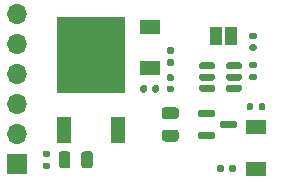
<source format=gbr>
G04 #@! TF.GenerationSoftware,KiCad,Pcbnew,6.0.11+dfsg-1~bpo11+1*
G04 #@! TF.CreationDate,2023-05-03T19:13:22+00:00*
G04 #@! TF.ProjectId,huibike,68756962-696b-4652-9e6b-696361645f70,rev?*
G04 #@! TF.SameCoordinates,Original*
G04 #@! TF.FileFunction,Soldermask,Top*
G04 #@! TF.FilePolarity,Negative*
%FSLAX46Y46*%
G04 Gerber Fmt 4.6, Leading zero omitted, Abs format (unit mm)*
G04 Created by KiCad (PCBNEW 6.0.11+dfsg-1~bpo11+1) date 2023-05-03 19:13:22*
%MOMM*%
%LPD*%
G01*
G04 APERTURE LIST*
%ADD10R,1.000000X1.500000*%
%ADD11R,1.700000X1.700000*%
%ADD12O,1.700000X1.700000*%
%ADD13R,1.700000X1.300000*%
%ADD14R,1.200000X2.200000*%
%ADD15R,5.800000X6.400000*%
G04 APERTURE END LIST*
G36*
G01*
X104170000Y-54760000D02*
X103830000Y-54760000D01*
G75*
G02*
X103690000Y-54620000I0J140000D01*
G01*
X103690000Y-54340000D01*
G75*
G02*
X103830000Y-54200000I140000J0D01*
G01*
X104170000Y-54200000D01*
G75*
G02*
X104310000Y-54340000I0J-140000D01*
G01*
X104310000Y-54620000D01*
G75*
G02*
X104170000Y-54760000I-140000J0D01*
G01*
G37*
G36*
G01*
X104170000Y-53800000D02*
X103830000Y-53800000D01*
G75*
G02*
X103690000Y-53660000I0J140000D01*
G01*
X103690000Y-53380000D01*
G75*
G02*
X103830000Y-53240000I140000J0D01*
G01*
X104170000Y-53240000D01*
G75*
G02*
X104310000Y-53380000I0J-140000D01*
G01*
X104310000Y-53660000D01*
G75*
G02*
X104170000Y-53800000I-140000J0D01*
G01*
G37*
G36*
G01*
X99325000Y-60200000D02*
X99325000Y-59900000D01*
G75*
G02*
X99475000Y-59750000I150000J0D01*
G01*
X100650000Y-59750000D01*
G75*
G02*
X100800000Y-59900000I0J-150000D01*
G01*
X100800000Y-60200000D01*
G75*
G02*
X100650000Y-60350000I-150000J0D01*
G01*
X99475000Y-60350000D01*
G75*
G02*
X99325000Y-60200000I0J150000D01*
G01*
G37*
G36*
G01*
X99325000Y-62100000D02*
X99325000Y-61800000D01*
G75*
G02*
X99475000Y-61650000I150000J0D01*
G01*
X100650000Y-61650000D01*
G75*
G02*
X100800000Y-61800000I0J-150000D01*
G01*
X100800000Y-62100000D01*
G75*
G02*
X100650000Y-62250000I-150000J0D01*
G01*
X99475000Y-62250000D01*
G75*
G02*
X99325000Y-62100000I0J150000D01*
G01*
G37*
G36*
G01*
X101200000Y-61150000D02*
X101200000Y-60850000D01*
G75*
G02*
X101350000Y-60700000I150000J0D01*
G01*
X102525000Y-60700000D01*
G75*
G02*
X102675000Y-60850000I0J-150000D01*
G01*
X102675000Y-61150000D01*
G75*
G02*
X102525000Y-61300000I-150000J0D01*
G01*
X101350000Y-61300000D01*
G75*
G02*
X101200000Y-61150000I0J150000D01*
G01*
G37*
D10*
X100850000Y-53500000D03*
X102150000Y-53500000D03*
G36*
G01*
X87550000Y-64475000D02*
X87550000Y-63525000D01*
G75*
G02*
X87800000Y-63275000I250000J0D01*
G01*
X88300000Y-63275000D01*
G75*
G02*
X88550000Y-63525000I0J-250000D01*
G01*
X88550000Y-64475000D01*
G75*
G02*
X88300000Y-64725000I-250000J0D01*
G01*
X87800000Y-64725000D01*
G75*
G02*
X87550000Y-64475000I0J250000D01*
G01*
G37*
G36*
G01*
X89450000Y-64475000D02*
X89450000Y-63525000D01*
G75*
G02*
X89700000Y-63275000I250000J0D01*
G01*
X90200000Y-63275000D01*
G75*
G02*
X90450000Y-63525000I0J-250000D01*
G01*
X90450000Y-64475000D01*
G75*
G02*
X90200000Y-64725000I-250000J0D01*
G01*
X89700000Y-64725000D01*
G75*
G02*
X89450000Y-64475000I0J250000D01*
G01*
G37*
G36*
G01*
X94470000Y-58185000D02*
X94470000Y-57815000D01*
G75*
G02*
X94605000Y-57680000I135000J0D01*
G01*
X94875000Y-57680000D01*
G75*
G02*
X95010000Y-57815000I0J-135000D01*
G01*
X95010000Y-58185000D01*
G75*
G02*
X94875000Y-58320000I-135000J0D01*
G01*
X94605000Y-58320000D01*
G75*
G02*
X94470000Y-58185000I0J135000D01*
G01*
G37*
G36*
G01*
X95490000Y-58185000D02*
X95490000Y-57815000D01*
G75*
G02*
X95625000Y-57680000I135000J0D01*
G01*
X95895000Y-57680000D01*
G75*
G02*
X96030000Y-57815000I0J-135000D01*
G01*
X96030000Y-58185000D01*
G75*
G02*
X95895000Y-58320000I-135000J0D01*
G01*
X95625000Y-58320000D01*
G75*
G02*
X95490000Y-58185000I0J135000D01*
G01*
G37*
D11*
X84000000Y-64350000D03*
D12*
X84000000Y-61810000D03*
X84000000Y-59270000D03*
X84000000Y-56730000D03*
X84000000Y-54190000D03*
X84000000Y-51650000D03*
G36*
G01*
X104185000Y-57270000D02*
X103815000Y-57270000D01*
G75*
G02*
X103680000Y-57135000I0J135000D01*
G01*
X103680000Y-56865000D01*
G75*
G02*
X103815000Y-56730000I135000J0D01*
G01*
X104185000Y-56730000D01*
G75*
G02*
X104320000Y-56865000I0J-135000D01*
G01*
X104320000Y-57135000D01*
G75*
G02*
X104185000Y-57270000I-135000J0D01*
G01*
G37*
G36*
G01*
X104185000Y-56250000D02*
X103815000Y-56250000D01*
G75*
G02*
X103680000Y-56115000I0J135000D01*
G01*
X103680000Y-55845000D01*
G75*
G02*
X103815000Y-55710000I135000J0D01*
G01*
X104185000Y-55710000D01*
G75*
G02*
X104320000Y-55845000I0J-135000D01*
G01*
X104320000Y-56115000D01*
G75*
G02*
X104185000Y-56250000I-135000J0D01*
G01*
G37*
G36*
G01*
X103470000Y-59685000D02*
X103470000Y-59315000D01*
G75*
G02*
X103605000Y-59180000I135000J0D01*
G01*
X103875000Y-59180000D01*
G75*
G02*
X104010000Y-59315000I0J-135000D01*
G01*
X104010000Y-59685000D01*
G75*
G02*
X103875000Y-59820000I-135000J0D01*
G01*
X103605000Y-59820000D01*
G75*
G02*
X103470000Y-59685000I0J135000D01*
G01*
G37*
G36*
G01*
X104490000Y-59685000D02*
X104490000Y-59315000D01*
G75*
G02*
X104625000Y-59180000I135000J0D01*
G01*
X104895000Y-59180000D01*
G75*
G02*
X105030000Y-59315000I0J-135000D01*
G01*
X105030000Y-59685000D01*
G75*
G02*
X104895000Y-59820000I-135000J0D01*
G01*
X104625000Y-59820000D01*
G75*
G02*
X104490000Y-59685000I0J135000D01*
G01*
G37*
D13*
X104250000Y-61250000D03*
X104250000Y-64750000D03*
X95250000Y-56250000D03*
X95250000Y-52750000D03*
G36*
G01*
X97170000Y-58280000D02*
X96830000Y-58280000D01*
G75*
G02*
X96690000Y-58140000I0J140000D01*
G01*
X96690000Y-57860000D01*
G75*
G02*
X96830000Y-57720000I140000J0D01*
G01*
X97170000Y-57720000D01*
G75*
G02*
X97310000Y-57860000I0J-140000D01*
G01*
X97310000Y-58140000D01*
G75*
G02*
X97170000Y-58280000I-140000J0D01*
G01*
G37*
G36*
G01*
X97170000Y-57320000D02*
X96830000Y-57320000D01*
G75*
G02*
X96690000Y-57180000I0J140000D01*
G01*
X96690000Y-56900000D01*
G75*
G02*
X96830000Y-56760000I140000J0D01*
G01*
X97170000Y-56760000D01*
G75*
G02*
X97310000Y-56900000I0J-140000D01*
G01*
X97310000Y-57180000D01*
G75*
G02*
X97170000Y-57320000I-140000J0D01*
G01*
G37*
G36*
G01*
X97185000Y-56030000D02*
X96815000Y-56030000D01*
G75*
G02*
X96680000Y-55895000I0J135000D01*
G01*
X96680000Y-55625000D01*
G75*
G02*
X96815000Y-55490000I135000J0D01*
G01*
X97185000Y-55490000D01*
G75*
G02*
X97320000Y-55625000I0J-135000D01*
G01*
X97320000Y-55895000D01*
G75*
G02*
X97185000Y-56030000I-135000J0D01*
G01*
G37*
G36*
G01*
X97185000Y-55010000D02*
X96815000Y-55010000D01*
G75*
G02*
X96680000Y-54875000I0J135000D01*
G01*
X96680000Y-54605000D01*
G75*
G02*
X96815000Y-54470000I135000J0D01*
G01*
X97185000Y-54470000D01*
G75*
G02*
X97320000Y-54605000I0J-135000D01*
G01*
X97320000Y-54875000D01*
G75*
G02*
X97185000Y-55010000I-135000J0D01*
G01*
G37*
D14*
X87970000Y-61450000D03*
D15*
X90250000Y-55150000D03*
D14*
X92530000Y-61450000D03*
G36*
G01*
X86685000Y-64780000D02*
X86315000Y-64780000D01*
G75*
G02*
X86180000Y-64645000I0J135000D01*
G01*
X86180000Y-64375000D01*
G75*
G02*
X86315000Y-64240000I135000J0D01*
G01*
X86685000Y-64240000D01*
G75*
G02*
X86820000Y-64375000I0J-135000D01*
G01*
X86820000Y-64645000D01*
G75*
G02*
X86685000Y-64780000I-135000J0D01*
G01*
G37*
G36*
G01*
X86685000Y-63760000D02*
X86315000Y-63760000D01*
G75*
G02*
X86180000Y-63625000I0J135000D01*
G01*
X86180000Y-63355000D01*
G75*
G02*
X86315000Y-63220000I135000J0D01*
G01*
X86685000Y-63220000D01*
G75*
G02*
X86820000Y-63355000I0J-135000D01*
G01*
X86820000Y-63625000D01*
G75*
G02*
X86685000Y-63760000I-135000J0D01*
G01*
G37*
G36*
G01*
X99450000Y-56200000D02*
X99450000Y-55900000D01*
G75*
G02*
X99600000Y-55750000I150000J0D01*
G01*
X100625000Y-55750000D01*
G75*
G02*
X100775000Y-55900000I0J-150000D01*
G01*
X100775000Y-56200000D01*
G75*
G02*
X100625000Y-56350000I-150000J0D01*
G01*
X99600000Y-56350000D01*
G75*
G02*
X99450000Y-56200000I0J150000D01*
G01*
G37*
G36*
G01*
X99450000Y-57150000D02*
X99450000Y-56850000D01*
G75*
G02*
X99600000Y-56700000I150000J0D01*
G01*
X100625000Y-56700000D01*
G75*
G02*
X100775000Y-56850000I0J-150000D01*
G01*
X100775000Y-57150000D01*
G75*
G02*
X100625000Y-57300000I-150000J0D01*
G01*
X99600000Y-57300000D01*
G75*
G02*
X99450000Y-57150000I0J150000D01*
G01*
G37*
G36*
G01*
X99450000Y-58100000D02*
X99450000Y-57800000D01*
G75*
G02*
X99600000Y-57650000I150000J0D01*
G01*
X100625000Y-57650000D01*
G75*
G02*
X100775000Y-57800000I0J-150000D01*
G01*
X100775000Y-58100000D01*
G75*
G02*
X100625000Y-58250000I-150000J0D01*
G01*
X99600000Y-58250000D01*
G75*
G02*
X99450000Y-58100000I0J150000D01*
G01*
G37*
G36*
G01*
X101725000Y-58100000D02*
X101725000Y-57800000D01*
G75*
G02*
X101875000Y-57650000I150000J0D01*
G01*
X102900000Y-57650000D01*
G75*
G02*
X103050000Y-57800000I0J-150000D01*
G01*
X103050000Y-58100000D01*
G75*
G02*
X102900000Y-58250000I-150000J0D01*
G01*
X101875000Y-58250000D01*
G75*
G02*
X101725000Y-58100000I0J150000D01*
G01*
G37*
G36*
G01*
X101725000Y-57150000D02*
X101725000Y-56850000D01*
G75*
G02*
X101875000Y-56700000I150000J0D01*
G01*
X102900000Y-56700000D01*
G75*
G02*
X103050000Y-56850000I0J-150000D01*
G01*
X103050000Y-57150000D01*
G75*
G02*
X102900000Y-57300000I-150000J0D01*
G01*
X101875000Y-57300000D01*
G75*
G02*
X101725000Y-57150000I0J150000D01*
G01*
G37*
G36*
G01*
X101725000Y-56200000D02*
X101725000Y-55900000D01*
G75*
G02*
X101875000Y-55750000I150000J0D01*
G01*
X102900000Y-55750000D01*
G75*
G02*
X103050000Y-55900000I0J-150000D01*
G01*
X103050000Y-56200000D01*
G75*
G02*
X102900000Y-56350000I-150000J0D01*
G01*
X101875000Y-56350000D01*
G75*
G02*
X101725000Y-56200000I0J150000D01*
G01*
G37*
G36*
G01*
X100970000Y-64935000D02*
X100970000Y-64565000D01*
G75*
G02*
X101105000Y-64430000I135000J0D01*
G01*
X101375000Y-64430000D01*
G75*
G02*
X101510000Y-64565000I0J-135000D01*
G01*
X101510000Y-64935000D01*
G75*
G02*
X101375000Y-65070000I-135000J0D01*
G01*
X101105000Y-65070000D01*
G75*
G02*
X100970000Y-64935000I0J135000D01*
G01*
G37*
G36*
G01*
X101990000Y-64935000D02*
X101990000Y-64565000D01*
G75*
G02*
X102125000Y-64430000I135000J0D01*
G01*
X102395000Y-64430000D01*
G75*
G02*
X102530000Y-64565000I0J-135000D01*
G01*
X102530000Y-64935000D01*
G75*
G02*
X102395000Y-65070000I-135000J0D01*
G01*
X102125000Y-65070000D01*
G75*
G02*
X101990000Y-64935000I0J135000D01*
G01*
G37*
G36*
G01*
X96525000Y-59550000D02*
X97475000Y-59550000D01*
G75*
G02*
X97725000Y-59800000I0J-250000D01*
G01*
X97725000Y-60300000D01*
G75*
G02*
X97475000Y-60550000I-250000J0D01*
G01*
X96525000Y-60550000D01*
G75*
G02*
X96275000Y-60300000I0J250000D01*
G01*
X96275000Y-59800000D01*
G75*
G02*
X96525000Y-59550000I250000J0D01*
G01*
G37*
G36*
G01*
X96525000Y-61450000D02*
X97475000Y-61450000D01*
G75*
G02*
X97725000Y-61700000I0J-250000D01*
G01*
X97725000Y-62200000D01*
G75*
G02*
X97475000Y-62450000I-250000J0D01*
G01*
X96525000Y-62450000D01*
G75*
G02*
X96275000Y-62200000I0J250000D01*
G01*
X96275000Y-61700000D01*
G75*
G02*
X96525000Y-61450000I250000J0D01*
G01*
G37*
M02*

</source>
